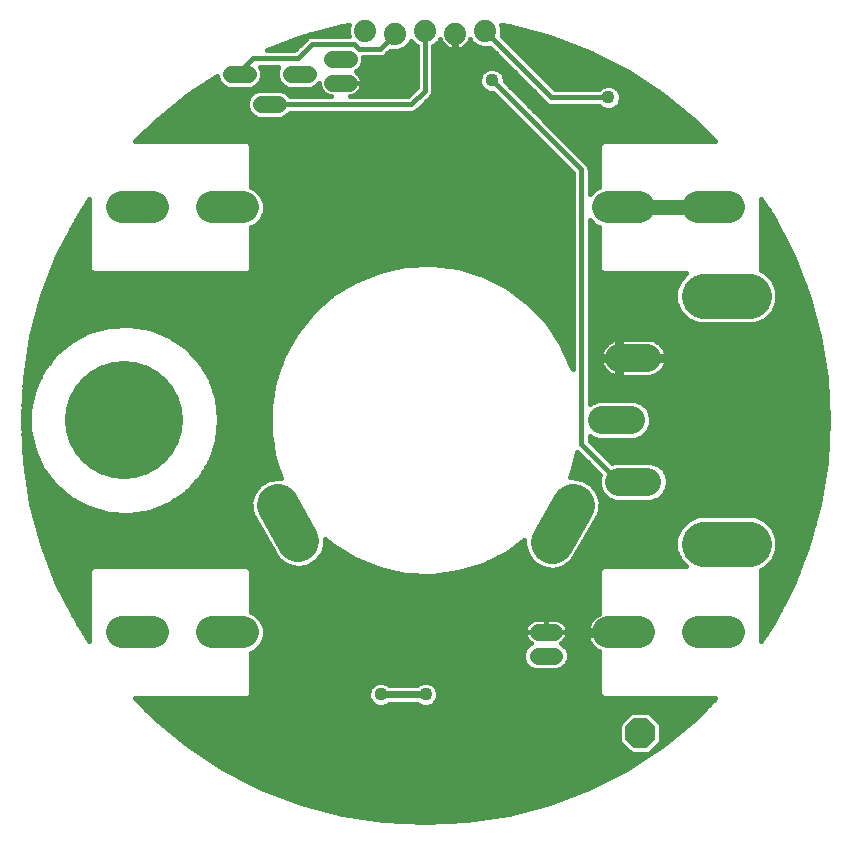
<source format=gbl>
G75*
%MOIN*%
%OFA0B0*%
%FSLAX24Y24*%
%IPPOS*%
%LPD*%
%AMOC8*
5,1,8,0,0,1.08239X$1,22.5*
%
%ADD10C,0.3937*%
%ADD11C,0.0945*%
%ADD12C,0.1502*%
%ADD13C,0.0560*%
%ADD14C,0.1050*%
%ADD15OC8,0.1000*%
%ADD16C,0.1384*%
%ADD17C,0.1424*%
%ADD18C,0.0740*%
%ADD19C,0.0160*%
%ADD20C,0.0476*%
%ADD21C,0.0397*%
%ADD22C,0.0594*%
%ADD23C,0.0436*%
%ADD24C,0.0240*%
%ADD25C,0.0500*%
D10*
X003920Y013960D03*
D11*
X019865Y013960D02*
X020810Y013960D01*
X020420Y016026D02*
X021365Y016026D01*
X021365Y011893D02*
X020420Y011893D01*
D12*
X023248Y009826D02*
X024750Y009826D01*
X024750Y018093D02*
X023248Y018093D01*
D13*
X018262Y006892D02*
X017702Y006892D01*
X017702Y006092D02*
X018262Y006092D01*
X009043Y024483D02*
X008483Y024483D01*
X008043Y025483D02*
X007483Y025483D01*
X009483Y025483D02*
X010043Y025483D01*
X010853Y025201D02*
X011413Y025201D01*
X011413Y026001D02*
X010853Y026001D01*
D14*
X007885Y021046D02*
X006835Y021046D01*
X004885Y021046D02*
X003835Y021046D01*
X003835Y006873D02*
X004885Y006873D01*
X006835Y006873D02*
X007885Y006873D01*
X020035Y006873D02*
X021085Y006873D01*
X023035Y006873D02*
X024085Y006873D01*
X024085Y021046D02*
X023035Y021046D01*
X021085Y021046D02*
X020035Y021046D01*
D15*
X021122Y003517D03*
D16*
X009730Y009926D02*
X009038Y011125D01*
D17*
X018169Y009892D02*
X018881Y011125D01*
D18*
X015952Y026923D03*
X014952Y026823D03*
X013952Y026923D03*
X012952Y026823D03*
X011952Y026923D03*
D19*
X012251Y004460D02*
X004507Y004460D01*
X004349Y004618D02*
X012113Y004618D01*
X012129Y004579D02*
X012246Y004461D01*
X012400Y004398D01*
X012566Y004398D01*
X012720Y004461D01*
X012754Y004496D01*
X013698Y004496D01*
X013733Y004461D01*
X013886Y004398D01*
X014053Y004398D01*
X014206Y004461D01*
X014324Y004579D01*
X014387Y004733D01*
X014387Y004899D01*
X014324Y005053D01*
X014206Y005170D01*
X014053Y005234D01*
X013886Y005234D01*
X013733Y005170D01*
X013698Y005136D01*
X012754Y005136D01*
X012720Y005170D01*
X012566Y005234D01*
X012400Y005234D01*
X012246Y005170D01*
X012129Y005053D01*
X012065Y004899D01*
X012065Y004733D01*
X012129Y004579D01*
X012065Y004777D02*
X008146Y004777D01*
X008160Y004790D02*
X008160Y006202D01*
X008295Y006258D01*
X008499Y006462D01*
X008610Y006729D01*
X008610Y007017D01*
X008499Y007284D01*
X008295Y007488D01*
X008160Y007544D01*
X008160Y008956D01*
X008042Y009073D01*
X002877Y009073D01*
X002760Y008956D01*
X002760Y006600D01*
X002338Y007250D01*
X001700Y008501D01*
X001197Y009813D01*
X000833Y011169D01*
X000614Y012557D01*
X000540Y013960D01*
X000614Y015362D01*
X000833Y016750D01*
X001197Y018106D01*
X001700Y019418D01*
X002338Y020669D01*
X002760Y021319D01*
X002760Y018963D01*
X002877Y018846D01*
X008042Y018846D01*
X008160Y018963D01*
X008160Y020375D01*
X008295Y020432D01*
X008499Y020635D01*
X008610Y020902D01*
X008610Y021190D01*
X008499Y021457D01*
X008295Y021661D01*
X008160Y021717D01*
X008160Y023129D01*
X008042Y023246D01*
X004294Y023246D01*
X004980Y023932D01*
X006072Y024816D01*
X007003Y025421D01*
X007003Y025388D01*
X007076Y025211D01*
X007211Y025076D01*
X007387Y025003D01*
X008138Y025003D01*
X008315Y025076D01*
X008450Y025211D01*
X008523Y025388D01*
X008523Y025579D01*
X008461Y025727D01*
X009064Y025727D01*
X009003Y025579D01*
X009003Y025388D01*
X009076Y025211D01*
X009211Y025076D01*
X009387Y025003D01*
X010138Y025003D01*
X010315Y025076D01*
X010413Y025174D01*
X010413Y025167D01*
X010424Y025098D01*
X010445Y025032D01*
X010476Y024971D01*
X010517Y024915D01*
X010566Y024866D01*
X010622Y024825D01*
X010684Y024793D01*
X010750Y024772D01*
X010806Y024763D01*
X009441Y024763D01*
X009315Y024890D01*
X009138Y024963D01*
X008387Y024963D01*
X008211Y024890D01*
X008076Y024755D01*
X008003Y024579D01*
X008003Y024388D01*
X008076Y024211D01*
X008211Y024076D01*
X008387Y024003D01*
X009138Y024003D01*
X009315Y024076D01*
X009441Y024203D01*
X013555Y024203D01*
X013658Y024246D01*
X013736Y024325D01*
X014110Y024699D01*
X014189Y024777D01*
X014232Y024880D01*
X014232Y026422D01*
X014275Y026440D01*
X014435Y026600D01*
X014453Y026643D01*
X014460Y026619D01*
X014498Y026545D01*
X014547Y026478D01*
X014606Y026419D01*
X014674Y026370D01*
X014748Y026332D01*
X014828Y026306D01*
X014910Y026293D01*
X014932Y026293D01*
X014932Y026803D01*
X014972Y026803D01*
X014972Y026293D01*
X014993Y026293D01*
X015076Y026306D01*
X015155Y026332D01*
X015229Y026370D01*
X015297Y026419D01*
X015356Y026478D01*
X015405Y026545D01*
X015443Y026619D01*
X015451Y026643D01*
X015468Y026600D01*
X015629Y026440D01*
X015838Y026353D01*
X016065Y026353D01*
X016108Y026371D01*
X018008Y024470D01*
X018111Y024428D01*
X019751Y024428D01*
X019825Y024353D01*
X019979Y024289D01*
X020145Y024289D01*
X020299Y024353D01*
X020416Y024471D01*
X020480Y024624D01*
X020480Y024791D01*
X020416Y024944D01*
X020299Y025062D01*
X020145Y025126D01*
X019979Y025126D01*
X019825Y025062D01*
X019751Y024988D01*
X018283Y024988D01*
X016504Y026767D01*
X016522Y026810D01*
X016522Y027036D01*
X016484Y027128D01*
X016750Y027086D01*
X018106Y026722D01*
X019418Y026219D01*
X020669Y025581D01*
X021847Y024816D01*
X022939Y023932D01*
X023625Y023246D01*
X019877Y023246D01*
X019760Y023129D01*
X019760Y021717D01*
X019624Y021661D01*
X019436Y021473D01*
X019436Y022362D01*
X019394Y022465D01*
X016602Y025256D01*
X016602Y025362D01*
X016538Y025515D01*
X016421Y025633D01*
X016267Y025697D01*
X016101Y025697D01*
X015947Y025633D01*
X015829Y025515D01*
X015766Y025362D01*
X015766Y025195D01*
X015829Y025042D01*
X015947Y024924D01*
X016101Y024860D01*
X016206Y024860D01*
X018876Y022190D01*
X018876Y015643D01*
X018864Y015692D01*
X018864Y015692D01*
X018500Y016496D01*
X018006Y017227D01*
X018006Y017227D01*
X017396Y017864D01*
X017396Y017864D01*
X016687Y018389D01*
X016687Y018389D01*
X015899Y018786D01*
X015055Y019044D01*
X014180Y019156D01*
X013299Y019119D01*
X013299Y019119D01*
X012436Y018933D01*
X011618Y018604D01*
X010867Y018141D01*
X010204Y017558D01*
X009650Y016872D01*
X009220Y016102D01*
X009220Y016102D01*
X008926Y015270D01*
X008777Y014401D01*
X008777Y013518D01*
X008926Y012649D01*
X009149Y012019D01*
X009098Y012033D01*
X008746Y011986D01*
X008439Y011809D01*
X008222Y011527D01*
X008131Y011184D01*
X008177Y010832D01*
X009047Y009326D01*
X009328Y009110D01*
X009671Y009018D01*
X010023Y009065D01*
X010330Y009242D01*
X010546Y009524D01*
X010638Y009867D01*
X010621Y009994D01*
X010867Y009778D01*
X010867Y009778D01*
X011618Y009315D01*
X012436Y008986D01*
X012436Y008986D01*
X013299Y008800D01*
X014180Y008763D01*
X014180Y008763D01*
X015055Y008875D01*
X015055Y008875D01*
X015899Y009133D01*
X016687Y009531D01*
X017257Y009953D01*
X017241Y009831D01*
X017335Y009481D01*
X017556Y009193D01*
X017870Y009012D01*
X018230Y008964D01*
X018580Y009058D01*
X018868Y009279D01*
X019761Y010826D01*
X019808Y011186D01*
X019715Y011536D01*
X019494Y011824D01*
X019180Y012005D01*
X018820Y012053D01*
X018780Y012042D01*
X018864Y012227D01*
X019034Y012882D01*
X019790Y012127D01*
X019748Y012026D01*
X019748Y011759D01*
X019850Y011512D01*
X020039Y011323D01*
X020286Y011220D01*
X021499Y011220D01*
X021746Y011323D01*
X021935Y011512D01*
X022037Y011759D01*
X022037Y012026D01*
X021935Y012274D01*
X021746Y012463D01*
X021499Y012565D01*
X020286Y012565D01*
X020185Y012523D01*
X019436Y013272D01*
X019436Y013437D01*
X019484Y013389D01*
X019731Y013287D01*
X020944Y013287D01*
X021191Y013389D01*
X021380Y013579D01*
X021482Y013826D01*
X021482Y014093D01*
X021380Y014340D01*
X021191Y014530D01*
X020944Y014632D01*
X019731Y014632D01*
X019484Y014530D01*
X019436Y014482D01*
X019436Y020619D01*
X019624Y020432D01*
X019760Y020375D01*
X019760Y018963D01*
X019877Y018846D01*
X022655Y018846D01*
X022441Y018632D01*
X022297Y018283D01*
X022297Y017904D01*
X022441Y017555D01*
X022709Y017287D01*
X023059Y017142D01*
X024939Y017142D01*
X025289Y017287D01*
X025556Y017555D01*
X025701Y017904D01*
X025701Y018283D01*
X025556Y018632D01*
X025289Y018900D01*
X025152Y018956D01*
X025160Y018963D01*
X025160Y021319D01*
X025581Y020669D01*
X026219Y019418D01*
X026722Y018106D01*
X027086Y016750D01*
X027306Y015362D01*
X027379Y013960D01*
X027306Y012557D01*
X027306Y012557D01*
X027086Y011169D01*
X026722Y009813D01*
X026219Y008501D01*
X025581Y007250D01*
X025160Y006600D01*
X025160Y008956D01*
X025152Y008963D01*
X025289Y009019D01*
X025556Y009287D01*
X025701Y009636D01*
X025701Y010015D01*
X025556Y010364D01*
X025289Y010632D01*
X024939Y010777D01*
X023059Y010777D01*
X022709Y010632D01*
X022441Y010364D01*
X022297Y010015D01*
X022297Y009636D01*
X022441Y009287D01*
X022655Y009073D01*
X019877Y009073D01*
X019760Y008956D01*
X019760Y007500D01*
X019731Y007489D01*
X019653Y007444D01*
X019582Y007389D01*
X019518Y007326D01*
X019464Y007254D01*
X019419Y007177D01*
X019384Y007094D01*
X019361Y007007D01*
X019354Y006953D01*
X019760Y006953D01*
X019760Y006793D01*
X019354Y006793D01*
X019361Y006739D01*
X019384Y006652D01*
X019419Y006569D01*
X019464Y006492D01*
X019518Y006420D01*
X019582Y006357D01*
X019653Y006302D01*
X019731Y006257D01*
X019760Y006245D01*
X019760Y004790D01*
X019877Y004673D01*
X023625Y004673D01*
X022939Y003987D01*
X021847Y003103D01*
X021421Y002826D01*
X021822Y003227D01*
X021822Y003807D01*
X021412Y004217D01*
X020832Y004217D01*
X020422Y003807D01*
X020422Y003227D01*
X020832Y002817D01*
X021407Y002817D01*
X020669Y002338D01*
X019418Y001700D01*
X018106Y001197D01*
X016750Y000833D01*
X015362Y000614D01*
X013960Y000540D01*
X012557Y000614D01*
X011169Y000833D01*
X009813Y001197D01*
X008501Y001700D01*
X007250Y002338D01*
X006072Y003103D01*
X004980Y003987D01*
X004294Y004673D01*
X008042Y004673D01*
X008160Y004790D01*
X008160Y004935D02*
X012080Y004935D01*
X012170Y005094D02*
X008160Y005094D01*
X008160Y005252D02*
X019760Y005252D01*
X019760Y005094D02*
X014283Y005094D01*
X014373Y004935D02*
X019760Y004935D01*
X019773Y004777D02*
X014387Y004777D01*
X014340Y004618D02*
X023570Y004618D01*
X023412Y004460D02*
X014202Y004460D01*
X013737Y004460D02*
X012715Y004460D01*
X010650Y000973D02*
X017269Y000973D01*
X017861Y001131D02*
X010058Y001131D01*
X009571Y001290D02*
X018348Y001290D01*
X018761Y001448D02*
X009158Y001448D01*
X008745Y001607D02*
X019174Y001607D01*
X019545Y001765D02*
X008374Y001765D01*
X008063Y001924D02*
X019856Y001924D01*
X020167Y002082D02*
X007752Y002082D01*
X007441Y002241D02*
X020478Y002241D01*
X020763Y002399D02*
X007156Y002399D01*
X006912Y002558D02*
X021007Y002558D01*
X021252Y002716D02*
X006667Y002716D01*
X006423Y002875D02*
X020774Y002875D01*
X020616Y003033D02*
X006179Y003033D01*
X005962Y003192D02*
X020457Y003192D01*
X020422Y003350D02*
X005767Y003350D01*
X005571Y003509D02*
X020422Y003509D01*
X020422Y003667D02*
X005375Y003667D01*
X005179Y003826D02*
X020440Y003826D01*
X020599Y003984D02*
X004984Y003984D01*
X004824Y004143D02*
X020757Y004143D01*
X021486Y004143D02*
X023095Y004143D01*
X023253Y004301D02*
X004666Y004301D01*
X002760Y006679D02*
X002709Y006679D01*
X002760Y006837D02*
X002606Y006837D01*
X002503Y006996D02*
X002760Y006996D01*
X002760Y007154D02*
X002400Y007154D01*
X002306Y007313D02*
X002760Y007313D01*
X002760Y007471D02*
X002225Y007471D01*
X002144Y007630D02*
X002760Y007630D01*
X002760Y007788D02*
X002064Y007788D01*
X001983Y007947D02*
X002760Y007947D01*
X002760Y008105D02*
X001902Y008105D01*
X001821Y008264D02*
X002760Y008264D01*
X002760Y008422D02*
X001741Y008422D01*
X001670Y008581D02*
X002760Y008581D01*
X002760Y008739D02*
X001609Y008739D01*
X001548Y008898D02*
X002760Y008898D01*
X002860Y009056D02*
X001487Y009056D01*
X001426Y009215D02*
X009192Y009215D01*
X009020Y009373D02*
X001366Y009373D01*
X001305Y009532D02*
X008928Y009532D01*
X008837Y009690D02*
X001244Y009690D01*
X001187Y009849D02*
X008745Y009849D01*
X008654Y010007D02*
X001145Y010007D01*
X001102Y010166D02*
X008562Y010166D01*
X008471Y010324D02*
X001060Y010324D01*
X001017Y010483D02*
X008379Y010483D01*
X008287Y010641D02*
X000975Y010641D01*
X000932Y010800D02*
X003851Y010800D01*
X004092Y010786D02*
X003406Y010824D01*
X003406Y010824D01*
X002744Y011007D01*
X002744Y011007D01*
X002137Y011329D01*
X002137Y011329D01*
X001613Y011774D01*
X001613Y011774D01*
X001197Y012321D01*
X001197Y012321D01*
X000909Y012945D01*
X000761Y013616D01*
X000761Y014303D01*
X000909Y014974D01*
X000909Y014974D01*
X001197Y015598D01*
X001197Y015598D01*
X001613Y016145D01*
X001613Y016145D01*
X002137Y016590D01*
X002137Y016590D01*
X002744Y016912D01*
X002744Y016912D01*
X003406Y017095D01*
X003406Y017095D01*
X004092Y017133D01*
X004092Y017133D01*
X004770Y017021D01*
X004770Y017021D01*
X005409Y016767D01*
X005409Y016767D01*
X005977Y016381D01*
X005977Y016381D01*
X006450Y015883D01*
X006450Y015883D01*
X006804Y015294D01*
X006804Y015294D01*
X007024Y014643D01*
X007024Y014643D01*
X007098Y013960D01*
X007024Y013276D01*
X006804Y012625D01*
X006804Y012625D01*
X006450Y012036D01*
X006450Y012036D01*
X005977Y011538D01*
X005977Y011538D01*
X005409Y011152D01*
X005409Y011152D01*
X004770Y010898D01*
X004770Y010898D01*
X004092Y010786D01*
X004092Y010786D01*
X004172Y010800D02*
X008196Y010800D01*
X008160Y010958D02*
X004922Y010958D01*
X005320Y011117D02*
X008140Y011117D01*
X008155Y011275D02*
X005590Y011275D01*
X005824Y011434D02*
X008197Y011434D01*
X008272Y011592D02*
X006029Y011592D01*
X006179Y011751D02*
X008394Y011751D01*
X008612Y011909D02*
X006329Y011909D01*
X006469Y012068D02*
X009132Y012068D01*
X009076Y012226D02*
X006564Y012226D01*
X006659Y012385D02*
X009020Y012385D01*
X008964Y012543D02*
X006755Y012543D01*
X006830Y012702D02*
X008917Y012702D01*
X008890Y012860D02*
X006883Y012860D01*
X006937Y013019D02*
X008863Y013019D01*
X008836Y013177D02*
X006990Y013177D01*
X007024Y013276D02*
X007024Y013276D01*
X007030Y013336D02*
X008808Y013336D01*
X008781Y013494D02*
X007047Y013494D01*
X007065Y013653D02*
X008777Y013653D01*
X008777Y013811D02*
X007082Y013811D01*
X007097Y013970D02*
X008777Y013970D01*
X008777Y014128D02*
X007080Y014128D01*
X007062Y014287D02*
X008777Y014287D01*
X008785Y014445D02*
X007045Y014445D01*
X007028Y014604D02*
X008812Y014604D01*
X008839Y014762D02*
X006983Y014762D01*
X006930Y014921D02*
X008866Y014921D01*
X008893Y015079D02*
X006877Y015079D01*
X006823Y015238D02*
X008921Y015238D01*
X008926Y015270D02*
X008926Y015270D01*
X008971Y015396D02*
X006743Y015396D01*
X006647Y015555D02*
X009027Y015555D01*
X009083Y015713D02*
X006552Y015713D01*
X006457Y015872D02*
X009139Y015872D01*
X009195Y016030D02*
X006310Y016030D01*
X006160Y016189D02*
X009268Y016189D01*
X009357Y016347D02*
X006010Y016347D01*
X005794Y016506D02*
X009445Y016506D01*
X009534Y016664D02*
X005561Y016664D01*
X005270Y016823D02*
X009623Y016823D01*
X009650Y016872D02*
X009650Y016872D01*
X009738Y016981D02*
X004872Y016981D01*
X002994Y016981D02*
X000895Y016981D01*
X000853Y016823D02*
X002576Y016823D01*
X002277Y016664D02*
X000820Y016664D01*
X000795Y016506D02*
X002038Y016506D01*
X001851Y016347D02*
X000769Y016347D01*
X000744Y016189D02*
X001665Y016189D01*
X001526Y016030D02*
X000719Y016030D01*
X000694Y015872D02*
X001405Y015872D01*
X001285Y015713D02*
X000669Y015713D01*
X000644Y015555D02*
X001177Y015555D01*
X001104Y015396D02*
X000619Y015396D01*
X000607Y015238D02*
X001031Y015238D01*
X000957Y015079D02*
X000599Y015079D01*
X000590Y014921D02*
X000897Y014921D01*
X000862Y014762D02*
X000582Y014762D01*
X000574Y014604D02*
X000827Y014604D01*
X000792Y014445D02*
X000565Y014445D01*
X000557Y014287D02*
X000761Y014287D01*
X000761Y014128D02*
X000549Y014128D01*
X000541Y013970D02*
X000761Y013970D01*
X000761Y013811D02*
X000548Y013811D01*
X000556Y013653D02*
X000761Y013653D01*
X000788Y013494D02*
X000564Y013494D01*
X000573Y013336D02*
X000823Y013336D01*
X000858Y013177D02*
X000581Y013177D01*
X000589Y013019D02*
X000893Y013019D01*
X000948Y012860D02*
X000598Y012860D01*
X000606Y012702D02*
X001021Y012702D01*
X001095Y012543D02*
X000616Y012543D01*
X000641Y012385D02*
X001168Y012385D01*
X001270Y012226D02*
X000666Y012226D01*
X000691Y012068D02*
X001390Y012068D01*
X001511Y011909D02*
X000716Y011909D01*
X000741Y011751D02*
X001641Y011751D01*
X001828Y011592D02*
X000766Y011592D01*
X000791Y011434D02*
X002014Y011434D01*
X002239Y011275D02*
X000817Y011275D01*
X000847Y011117D02*
X002538Y011117D01*
X002922Y010958D02*
X000890Y010958D01*
X000938Y017140D02*
X009866Y017140D01*
X009994Y017298D02*
X000980Y017298D01*
X001023Y017457D02*
X010122Y017457D01*
X010204Y017558D02*
X010204Y017558D01*
X010269Y017615D02*
X001065Y017615D01*
X001108Y017774D02*
X010449Y017774D01*
X010629Y017932D02*
X001150Y017932D01*
X001193Y018091D02*
X010809Y018091D01*
X010867Y018141D02*
X010867Y018141D01*
X011042Y018249D02*
X001252Y018249D01*
X001312Y018408D02*
X011299Y018408D01*
X011556Y018566D02*
X001373Y018566D01*
X001434Y018725D02*
X011918Y018725D01*
X011618Y018604D02*
X011618Y018604D01*
X012313Y018883D02*
X008079Y018883D01*
X008160Y019042D02*
X012941Y019042D01*
X012436Y018933D02*
X012436Y018933D01*
X014180Y019156D02*
X014180Y019156D01*
X015055Y019044D02*
X015055Y019044D01*
X015064Y019042D02*
X018876Y019042D01*
X018876Y019200D02*
X008160Y019200D01*
X008160Y019359D02*
X018876Y019359D01*
X018876Y019517D02*
X008160Y019517D01*
X008160Y019676D02*
X018876Y019676D01*
X018876Y019834D02*
X008160Y019834D01*
X008160Y019993D02*
X018876Y019993D01*
X018876Y020151D02*
X008160Y020151D01*
X008160Y020310D02*
X018876Y020310D01*
X018876Y020468D02*
X008332Y020468D01*
X008490Y020627D02*
X018876Y020627D01*
X018876Y020785D02*
X008561Y020785D01*
X008610Y020944D02*
X018876Y020944D01*
X018876Y021102D02*
X008610Y021102D01*
X008580Y021261D02*
X018876Y021261D01*
X018876Y021419D02*
X008515Y021419D01*
X008378Y021578D02*
X018876Y021578D01*
X018876Y021736D02*
X008160Y021736D01*
X008160Y021895D02*
X018876Y021895D01*
X018876Y022053D02*
X008160Y022053D01*
X008160Y022212D02*
X018855Y022212D01*
X018696Y022370D02*
X008160Y022370D01*
X008160Y022529D02*
X018538Y022529D01*
X018379Y022687D02*
X008160Y022687D01*
X008160Y022846D02*
X018221Y022846D01*
X018062Y023004D02*
X008160Y023004D01*
X008126Y023163D02*
X017904Y023163D01*
X017745Y023321D02*
X004369Y023321D01*
X004527Y023480D02*
X017587Y023480D01*
X017428Y023638D02*
X004686Y023638D01*
X004844Y023797D02*
X017270Y023797D01*
X017111Y023955D02*
X005008Y023955D01*
X005204Y024114D02*
X008173Y024114D01*
X008051Y024272D02*
X005400Y024272D01*
X005596Y024431D02*
X008003Y024431D01*
X008007Y024589D02*
X005791Y024589D01*
X005987Y024748D02*
X008073Y024748D01*
X008249Y024906D02*
X006210Y024906D01*
X006454Y025065D02*
X007239Y025065D01*
X007071Y025223D02*
X006698Y025223D01*
X006942Y025382D02*
X007005Y025382D01*
X007763Y025483D02*
X007763Y025562D01*
X008208Y026007D01*
X009708Y026007D01*
X010180Y026479D01*
X011597Y026479D01*
X011755Y026322D01*
X012450Y026322D01*
X012952Y026823D01*
X013474Y026594D02*
X013629Y026440D01*
X013672Y026422D01*
X013672Y025052D01*
X013383Y024763D01*
X011459Y024763D01*
X011516Y024772D01*
X011582Y024793D01*
X011643Y024825D01*
X011699Y024866D01*
X011748Y024915D01*
X011789Y024971D01*
X011821Y025032D01*
X011842Y025098D01*
X011853Y025167D01*
X011853Y025201D01*
X011133Y025201D01*
X011133Y025201D01*
X011853Y025201D01*
X011853Y025236D01*
X011842Y025304D01*
X011821Y025370D01*
X011789Y025432D01*
X011748Y025488D01*
X011699Y025537D01*
X011644Y025577D01*
X011685Y025594D01*
X011820Y025729D01*
X011893Y025906D01*
X011893Y026042D01*
X012506Y026042D01*
X012609Y026084D01*
X012795Y026271D01*
X012838Y026253D01*
X013065Y026253D01*
X013275Y026340D01*
X013435Y026500D01*
X013474Y026594D01*
X013426Y026491D02*
X013577Y026491D01*
X013672Y026333D02*
X013257Y026333D01*
X013672Y026174D02*
X012699Y026174D01*
X011893Y026016D02*
X013672Y026016D01*
X013672Y025857D02*
X011873Y025857D01*
X011789Y025699D02*
X013672Y025699D01*
X013672Y025540D02*
X011695Y025540D01*
X011815Y025382D02*
X013672Y025382D01*
X013672Y025223D02*
X011853Y025223D01*
X011831Y025065D02*
X013672Y025065D01*
X013526Y024906D02*
X011740Y024906D01*
X010526Y024906D02*
X009276Y024906D01*
X009239Y025065D02*
X008286Y025065D01*
X008454Y025223D02*
X009071Y025223D01*
X009005Y025382D02*
X008520Y025382D01*
X008523Y025540D02*
X009003Y025540D01*
X009052Y025699D02*
X008473Y025699D01*
X008678Y026287D02*
X009813Y026722D01*
X011169Y027086D01*
X011419Y027125D01*
X011382Y027036D01*
X011382Y026810D01*
X011402Y026759D01*
X010124Y026759D01*
X010021Y026717D01*
X009943Y026638D01*
X009592Y026287D01*
X008678Y026287D01*
X008797Y026333D02*
X009637Y026333D01*
X009796Y026491D02*
X009210Y026491D01*
X009623Y026650D02*
X009954Y026650D01*
X010133Y026808D02*
X011382Y026808D01*
X011382Y026967D02*
X010724Y026967D01*
X011417Y027125D02*
X011418Y027125D01*
X010435Y025065D02*
X010286Y025065D01*
X009352Y024114D02*
X016953Y024114D01*
X016794Y024272D02*
X013684Y024272D01*
X013736Y024325D02*
X013736Y024325D01*
X013842Y024431D02*
X016636Y024431D01*
X016477Y024589D02*
X014001Y024589D01*
X014159Y024748D02*
X016319Y024748D01*
X015990Y024906D02*
X014232Y024906D01*
X014232Y025065D02*
X015820Y025065D01*
X015766Y025223D02*
X014232Y025223D01*
X014232Y025382D02*
X015774Y025382D01*
X015854Y025540D02*
X014232Y025540D01*
X014232Y025699D02*
X016780Y025699D01*
X016622Y025857D02*
X014232Y025857D01*
X014232Y026016D02*
X016463Y026016D01*
X016305Y026174D02*
X014232Y026174D01*
X014232Y026333D02*
X014747Y026333D01*
X014932Y026333D02*
X014972Y026333D01*
X014972Y026491D02*
X014932Y026491D01*
X014932Y026650D02*
X014972Y026650D01*
X015157Y026333D02*
X016146Y026333D01*
X016621Y026650D02*
X018296Y026650D01*
X018709Y026491D02*
X016780Y026491D01*
X016938Y026333D02*
X019122Y026333D01*
X019506Y026174D02*
X017097Y026174D01*
X017255Y026016D02*
X019817Y026016D01*
X020128Y025857D02*
X017414Y025857D01*
X017572Y025699D02*
X020439Y025699D01*
X020733Y025540D02*
X017731Y025540D01*
X017889Y025382D02*
X020977Y025382D01*
X021221Y025223D02*
X018048Y025223D01*
X018206Y025065D02*
X019831Y025065D01*
X020062Y024708D02*
X018167Y024708D01*
X015952Y026923D01*
X015577Y026491D02*
X015366Y026491D01*
X014538Y026491D02*
X014326Y026491D01*
X013952Y026923D02*
X013952Y024936D01*
X013499Y024483D01*
X008763Y024483D01*
X002840Y018883D02*
X001495Y018883D01*
X001556Y019042D02*
X002760Y019042D01*
X002760Y019200D02*
X001617Y019200D01*
X001677Y019359D02*
X002760Y019359D01*
X002760Y019517D02*
X001751Y019517D01*
X001832Y019676D02*
X002760Y019676D01*
X002760Y019834D02*
X001912Y019834D01*
X001993Y019993D02*
X002760Y019993D01*
X002760Y020151D02*
X002074Y020151D01*
X002155Y020310D02*
X002760Y020310D01*
X002760Y020468D02*
X002235Y020468D01*
X002316Y020627D02*
X002760Y020627D01*
X002760Y020785D02*
X002413Y020785D01*
X002516Y020944D02*
X002760Y020944D01*
X002760Y021102D02*
X002619Y021102D01*
X002722Y021261D02*
X002760Y021261D01*
X010633Y009849D02*
X010786Y009849D01*
X010591Y009690D02*
X011009Y009690D01*
X011267Y009532D02*
X010548Y009532D01*
X010431Y009373D02*
X011524Y009373D01*
X011618Y009315D02*
X011618Y009315D01*
X011868Y009215D02*
X010282Y009215D01*
X009956Y009056D02*
X012263Y009056D01*
X012848Y008898D02*
X008160Y008898D01*
X008160Y008739D02*
X019760Y008739D01*
X019760Y008581D02*
X008160Y008581D01*
X008160Y008422D02*
X019760Y008422D01*
X019760Y008264D02*
X008160Y008264D01*
X008160Y008105D02*
X019760Y008105D01*
X019760Y007947D02*
X008160Y007947D01*
X008160Y007788D02*
X019760Y007788D01*
X019760Y007630D02*
X008160Y007630D01*
X008312Y007471D02*
X019700Y007471D01*
X019508Y007313D02*
X018392Y007313D01*
X018365Y007321D02*
X018297Y007332D01*
X017982Y007332D01*
X017982Y006892D01*
X017982Y006892D01*
X018702Y006892D01*
X018702Y006858D01*
X018691Y006789D01*
X018670Y006723D01*
X018638Y006662D01*
X018598Y006606D01*
X018549Y006557D01*
X018493Y006516D01*
X018534Y006499D01*
X018669Y006364D01*
X018742Y006188D01*
X018742Y005997D01*
X018669Y005820D01*
X018534Y005685D01*
X018357Y005612D01*
X017606Y005612D01*
X017430Y005685D01*
X017295Y005820D01*
X017222Y005997D01*
X017222Y006188D01*
X017295Y006364D01*
X017430Y006499D01*
X017471Y006516D01*
X017415Y006557D01*
X017366Y006606D01*
X017326Y006662D01*
X017294Y006723D01*
X017273Y006789D01*
X017262Y006858D01*
X017262Y006892D01*
X017982Y006892D01*
X017982Y006892D01*
X018702Y006892D01*
X018702Y006927D01*
X018691Y006995D01*
X018670Y007061D01*
X018638Y007123D01*
X018598Y007179D01*
X018549Y007228D01*
X018492Y007269D01*
X018431Y007300D01*
X018365Y007321D01*
X018616Y007154D02*
X019410Y007154D01*
X019360Y006996D02*
X018691Y006996D01*
X018699Y006837D02*
X019760Y006837D01*
X019377Y006679D02*
X018647Y006679D01*
X018498Y006520D02*
X019447Y006520D01*
X019577Y006362D02*
X018670Y006362D01*
X018736Y006203D02*
X019760Y006203D01*
X019760Y006045D02*
X018742Y006045D01*
X018696Y005886D02*
X019760Y005886D01*
X019760Y005728D02*
X018576Y005728D01*
X017388Y005728D02*
X008160Y005728D01*
X008160Y005886D02*
X017268Y005886D01*
X017222Y006045D02*
X008160Y006045D01*
X008162Y006203D02*
X017228Y006203D01*
X017294Y006362D02*
X008398Y006362D01*
X008523Y006520D02*
X017466Y006520D01*
X017317Y006679D02*
X008589Y006679D01*
X008610Y006837D02*
X017265Y006837D01*
X017262Y006892D02*
X017982Y006892D01*
X017982Y006892D01*
X017982Y007332D01*
X017667Y007332D01*
X017599Y007321D01*
X017533Y007300D01*
X017471Y007269D01*
X017415Y007228D01*
X017366Y007179D01*
X017326Y007123D01*
X017294Y007061D01*
X017273Y006995D01*
X017262Y006927D01*
X017262Y006892D01*
X017273Y006996D02*
X008610Y006996D01*
X008553Y007154D02*
X017348Y007154D01*
X017571Y007313D02*
X008470Y007313D01*
X008160Y005569D02*
X019760Y005569D01*
X019760Y005411D02*
X008160Y005411D01*
X008059Y009056D02*
X009531Y009056D01*
X013299Y008800D02*
X013299Y008800D01*
X015129Y008898D02*
X019760Y008898D01*
X019860Y009056D02*
X018572Y009056D01*
X018784Y009215D02*
X022514Y009215D01*
X022406Y009373D02*
X018922Y009373D01*
X019014Y009532D02*
X022340Y009532D01*
X022297Y009690D02*
X019105Y009690D01*
X019197Y009849D02*
X022297Y009849D01*
X022297Y010007D02*
X019288Y010007D01*
X019380Y010166D02*
X022359Y010166D01*
X022425Y010324D02*
X019471Y010324D01*
X019563Y010483D02*
X022559Y010483D01*
X022731Y010641D02*
X019654Y010641D01*
X019746Y010800D02*
X026987Y010800D01*
X027029Y010958D02*
X019778Y010958D01*
X019799Y011117D02*
X027072Y011117D01*
X027103Y011275D02*
X021631Y011275D01*
X021857Y011434D02*
X027128Y011434D01*
X027153Y011592D02*
X021968Y011592D01*
X022034Y011751D02*
X027178Y011751D01*
X027203Y011909D02*
X022037Y011909D01*
X022020Y012068D02*
X027228Y012068D01*
X027253Y012226D02*
X021955Y012226D01*
X021824Y012385D02*
X027278Y012385D01*
X027303Y012543D02*
X021552Y012543D01*
X021061Y013336D02*
X027346Y013336D01*
X027355Y013494D02*
X021295Y013494D01*
X021411Y013653D02*
X027363Y013653D01*
X027371Y013811D02*
X021476Y013811D01*
X021482Y013970D02*
X027379Y013970D01*
X027370Y014128D02*
X021468Y014128D01*
X021402Y014287D02*
X027362Y014287D01*
X027354Y014445D02*
X021275Y014445D01*
X021012Y014604D02*
X027345Y014604D01*
X027337Y014762D02*
X019436Y014762D01*
X019436Y014604D02*
X019663Y014604D01*
X019436Y014921D02*
X027329Y014921D01*
X027320Y015079D02*
X019436Y015079D01*
X019436Y015238D02*
X027312Y015238D01*
X027300Y015396D02*
X021427Y015396D01*
X021415Y015394D02*
X021513Y015410D01*
X021608Y015440D01*
X021697Y015486D01*
X021777Y015544D01*
X021847Y015614D01*
X021906Y015695D01*
X021951Y015784D01*
X021982Y015878D01*
X021993Y015949D01*
X020498Y015949D01*
X020498Y016104D01*
X021993Y016104D01*
X021982Y016175D01*
X021951Y016269D01*
X021906Y016358D01*
X021847Y016438D01*
X021777Y016509D01*
X021697Y016567D01*
X021608Y016613D01*
X021513Y016643D01*
X021415Y016659D01*
X020498Y016659D01*
X020498Y016104D01*
X020343Y016104D01*
X020343Y016655D01*
X020272Y016643D01*
X020177Y016613D01*
X020089Y016567D01*
X020008Y016509D01*
X019938Y016438D01*
X019879Y016358D01*
X019834Y016269D01*
X019803Y016175D01*
X019792Y016104D01*
X020343Y016104D01*
X020343Y015949D01*
X020498Y015949D01*
X020498Y015394D01*
X021415Y015394D01*
X021788Y015555D02*
X027275Y015555D01*
X027250Y015713D02*
X021915Y015713D01*
X021980Y015872D02*
X027225Y015872D01*
X027200Y016030D02*
X020498Y016030D01*
X020343Y016030D02*
X019436Y016030D01*
X019436Y015872D02*
X019806Y015872D01*
X019803Y015878D02*
X019834Y015784D01*
X019879Y015695D01*
X019938Y015614D01*
X020008Y015544D01*
X020089Y015486D01*
X020177Y015440D01*
X020272Y015410D01*
X020343Y015398D01*
X020343Y015949D01*
X019792Y015949D01*
X019803Y015878D01*
X019870Y015713D02*
X019436Y015713D01*
X019436Y015555D02*
X019998Y015555D01*
X020343Y015555D02*
X020498Y015555D01*
X020498Y015713D02*
X020343Y015713D01*
X020343Y015872D02*
X020498Y015872D01*
X020498Y015396D02*
X019436Y015396D01*
X018876Y015713D02*
X018854Y015713D01*
X018876Y015872D02*
X018783Y015872D01*
X018711Y016030D02*
X018876Y016030D01*
X018876Y016189D02*
X018639Y016189D01*
X018568Y016347D02*
X018876Y016347D01*
X018876Y016506D02*
X018494Y016506D01*
X018500Y016496D02*
X018500Y016496D01*
X018387Y016664D02*
X018876Y016664D01*
X018876Y016823D02*
X018280Y016823D01*
X018173Y016981D02*
X018876Y016981D01*
X018876Y017140D02*
X018065Y017140D01*
X017938Y017298D02*
X018876Y017298D01*
X018876Y017457D02*
X017786Y017457D01*
X017634Y017615D02*
X018876Y017615D01*
X018876Y017774D02*
X017483Y017774D01*
X017304Y017932D02*
X018876Y017932D01*
X018876Y018091D02*
X017090Y018091D01*
X016875Y018249D02*
X018876Y018249D01*
X018876Y018408D02*
X016649Y018408D01*
X016335Y018566D02*
X018876Y018566D01*
X018876Y018725D02*
X016020Y018725D01*
X015899Y018786D02*
X015899Y018786D01*
X015581Y018883D02*
X018876Y018883D01*
X019436Y018883D02*
X019840Y018883D01*
X019760Y019042D02*
X019436Y019042D01*
X019436Y019200D02*
X019760Y019200D01*
X019760Y019359D02*
X019436Y019359D01*
X019436Y019517D02*
X019760Y019517D01*
X019760Y019676D02*
X019436Y019676D01*
X019436Y019834D02*
X019760Y019834D01*
X019760Y019993D02*
X019436Y019993D01*
X019436Y020151D02*
X019760Y020151D01*
X019760Y020310D02*
X019436Y020310D01*
X019436Y020468D02*
X019587Y020468D01*
X019541Y021578D02*
X019436Y021578D01*
X019436Y021736D02*
X019760Y021736D01*
X019760Y021895D02*
X019436Y021895D01*
X019436Y022053D02*
X019760Y022053D01*
X019760Y022212D02*
X019436Y022212D01*
X019433Y022370D02*
X019760Y022370D01*
X019760Y022529D02*
X019330Y022529D01*
X019171Y022687D02*
X019760Y022687D01*
X019760Y022846D02*
X019013Y022846D01*
X018854Y023004D02*
X019760Y023004D01*
X019793Y023163D02*
X018696Y023163D01*
X018537Y023321D02*
X023550Y023321D01*
X023392Y023480D02*
X018379Y023480D01*
X018220Y023638D02*
X023233Y023638D01*
X023075Y023797D02*
X018062Y023797D01*
X017903Y023955D02*
X022911Y023955D01*
X022715Y024114D02*
X017745Y024114D01*
X017586Y024272D02*
X022519Y024272D01*
X022324Y024431D02*
X020376Y024431D01*
X020465Y024589D02*
X022128Y024589D01*
X021932Y024748D02*
X020480Y024748D01*
X020432Y024906D02*
X021709Y024906D01*
X021465Y025065D02*
X020293Y025065D01*
X018104Y024431D02*
X017428Y024431D01*
X017269Y024589D02*
X017890Y024589D01*
X017731Y024748D02*
X017111Y024748D01*
X016952Y024906D02*
X017573Y024906D01*
X017414Y025065D02*
X016794Y025065D01*
X016635Y025223D02*
X017256Y025223D01*
X017097Y025382D02*
X016594Y025382D01*
X016514Y025540D02*
X016939Y025540D01*
X016184Y025278D02*
X019156Y022306D01*
X019156Y013156D01*
X020420Y011893D01*
X020154Y011275D02*
X019785Y011275D01*
X019742Y011434D02*
X019928Y011434D01*
X019817Y011592D02*
X019672Y011592D01*
X019751Y011751D02*
X019550Y011751D01*
X019748Y011909D02*
X019346Y011909D01*
X019765Y012068D02*
X018792Y012068D01*
X018863Y012226D02*
X019691Y012226D01*
X019532Y012385D02*
X018905Y012385D01*
X018946Y012543D02*
X019374Y012543D01*
X019215Y012702D02*
X018987Y012702D01*
X019029Y012860D02*
X019057Y012860D01*
X019532Y013177D02*
X027338Y013177D01*
X027330Y013019D02*
X019690Y013019D01*
X019849Y012860D02*
X027321Y012860D01*
X027313Y012702D02*
X020007Y012702D01*
X020166Y012543D02*
X020233Y012543D01*
X019614Y013336D02*
X019436Y013336D01*
X018864Y012227D02*
X018864Y012227D01*
X017244Y009849D02*
X017117Y009849D01*
X017279Y009690D02*
X016902Y009690D01*
X016688Y009532D02*
X017322Y009532D01*
X017418Y009373D02*
X016374Y009373D01*
X016060Y009215D02*
X017540Y009215D01*
X017793Y009056D02*
X015646Y009056D01*
X015899Y009133D02*
X015899Y009133D01*
X016687Y009531D02*
X016687Y009531D01*
X017982Y007313D02*
X017982Y007313D01*
X017982Y007154D02*
X017982Y007154D01*
X017982Y006996D02*
X017982Y006996D01*
X021645Y003984D02*
X022935Y003984D01*
X022740Y003826D02*
X021803Y003826D01*
X021822Y003667D02*
X022544Y003667D01*
X022348Y003509D02*
X021822Y003509D01*
X021822Y003350D02*
X022152Y003350D01*
X021957Y003192D02*
X021786Y003192D01*
X021740Y003033D02*
X021628Y003033D01*
X021496Y002875D02*
X021469Y002875D01*
X025160Y006679D02*
X025210Y006679D01*
X025160Y006837D02*
X025313Y006837D01*
X025416Y006996D02*
X025160Y006996D01*
X025160Y007154D02*
X025519Y007154D01*
X025613Y007313D02*
X025160Y007313D01*
X025160Y007471D02*
X025694Y007471D01*
X025775Y007630D02*
X025160Y007630D01*
X025160Y007788D02*
X025855Y007788D01*
X025936Y007947D02*
X025160Y007947D01*
X025160Y008105D02*
X026017Y008105D01*
X026098Y008264D02*
X025160Y008264D01*
X025160Y008422D02*
X026178Y008422D01*
X026249Y008581D02*
X025160Y008581D01*
X025160Y008739D02*
X026310Y008739D01*
X026371Y008898D02*
X025160Y008898D01*
X025326Y009056D02*
X026432Y009056D01*
X026493Y009215D02*
X025484Y009215D01*
X025592Y009373D02*
X026553Y009373D01*
X026614Y009532D02*
X025658Y009532D01*
X025701Y009690D02*
X026675Y009690D01*
X026732Y009849D02*
X025701Y009849D01*
X025701Y010007D02*
X026774Y010007D01*
X026817Y010166D02*
X025639Y010166D01*
X025573Y010324D02*
X026859Y010324D01*
X026902Y010483D02*
X025438Y010483D01*
X025267Y010641D02*
X026944Y010641D01*
X027175Y016189D02*
X021977Y016189D01*
X021912Y016347D02*
X027150Y016347D01*
X027124Y016506D02*
X021780Y016506D01*
X022698Y017298D02*
X019436Y017298D01*
X019436Y017140D02*
X026981Y017140D01*
X026939Y017298D02*
X025300Y017298D01*
X025458Y017457D02*
X026896Y017457D01*
X026854Y017615D02*
X025581Y017615D01*
X025647Y017774D02*
X026811Y017774D01*
X026769Y017932D02*
X025701Y017932D01*
X025701Y018091D02*
X026727Y018091D01*
X026668Y018249D02*
X025701Y018249D01*
X025650Y018408D02*
X026607Y018408D01*
X026546Y018566D02*
X025584Y018566D01*
X025464Y018725D02*
X026485Y018725D01*
X026424Y018883D02*
X025306Y018883D01*
X025160Y019042D02*
X026363Y019042D01*
X026302Y019200D02*
X025160Y019200D01*
X025160Y019359D02*
X026242Y019359D01*
X026168Y019517D02*
X025160Y019517D01*
X025160Y019676D02*
X026088Y019676D01*
X026007Y019834D02*
X025160Y019834D01*
X025160Y019993D02*
X025926Y019993D01*
X025845Y020151D02*
X025160Y020151D01*
X025160Y020310D02*
X025764Y020310D01*
X025684Y020468D02*
X025160Y020468D01*
X025160Y020627D02*
X025603Y020627D01*
X025506Y020785D02*
X025160Y020785D01*
X025160Y020944D02*
X025403Y020944D01*
X025300Y021102D02*
X025160Y021102D01*
X025160Y021261D02*
X025197Y021261D01*
X022534Y018725D02*
X019436Y018725D01*
X019436Y018566D02*
X022414Y018566D01*
X022348Y018408D02*
X019436Y018408D01*
X019436Y018249D02*
X022297Y018249D01*
X022297Y018091D02*
X019436Y018091D01*
X019436Y017932D02*
X022297Y017932D01*
X022351Y017774D02*
X019436Y017774D01*
X019436Y017615D02*
X022416Y017615D01*
X022539Y017457D02*
X019436Y017457D01*
X019436Y016981D02*
X027024Y016981D01*
X027066Y016823D02*
X019436Y016823D01*
X019436Y016664D02*
X027099Y016664D01*
X020498Y016506D02*
X020343Y016506D01*
X020343Y016347D02*
X020498Y016347D01*
X020498Y016189D02*
X020343Y016189D01*
X020005Y016506D02*
X019436Y016506D01*
X019436Y016347D02*
X019874Y016347D01*
X019808Y016189D02*
X019436Y016189D01*
X017786Y026808D02*
X016521Y026808D01*
X016522Y026967D02*
X017195Y026967D01*
X016502Y027125D02*
X016485Y027125D01*
X016628Y000814D02*
X011291Y000814D01*
X012292Y000656D02*
X015627Y000656D01*
D20*
X015298Y005731D03*
X016676Y005849D03*
X017109Y021125D03*
X019511Y023605D03*
X019629Y025692D03*
X021912Y024314D03*
D21*
X017936Y019865D03*
X018054Y018290D03*
X016164Y019314D03*
X014511Y020534D03*
X012818Y019904D03*
X013487Y022503D03*
X015456Y022936D03*
X015652Y024904D03*
X014432Y026204D03*
X013448Y026204D03*
X013369Y025062D03*
X012109Y025416D03*
X011204Y026912D03*
X009511Y026440D03*
X008723Y025534D03*
X009668Y024865D03*
X009786Y022306D03*
X008763Y021597D03*
X006597Y024904D03*
X005023Y018448D03*
X003251Y018566D03*
X002188Y017227D03*
X007936Y012936D03*
X006440Y011086D03*
X002700Y010180D03*
X005849Y003999D03*
X009314Y005889D03*
X010731Y004471D03*
X012897Y004235D03*
X013723Y001755D03*
X012306Y000849D03*
X009747Y001834D03*
X010101Y008448D03*
X017463Y008566D03*
X018290Y007542D03*
X018369Y004629D03*
X017621Y001558D03*
X022188Y003881D03*
X025810Y008645D03*
X024432Y011952D03*
X026282Y013920D03*
X024117Y016400D03*
X026204Y017857D03*
X025495Y019708D03*
X021715Y018369D03*
X019865Y017306D03*
X019865Y015141D03*
X021558Y014865D03*
X021715Y013015D03*
X020377Y010652D03*
X019156Y012306D03*
X008723Y016204D03*
X017188Y026676D03*
D22*
X005849Y023802D03*
X013960Y007267D03*
D23*
X013969Y004816D03*
X012483Y004816D03*
X019589Y020023D03*
X020062Y024708D03*
X016184Y025278D03*
D24*
X013969Y004816D02*
X012483Y004816D01*
D25*
X020560Y021046D02*
X023560Y021046D01*
M02*

</source>
